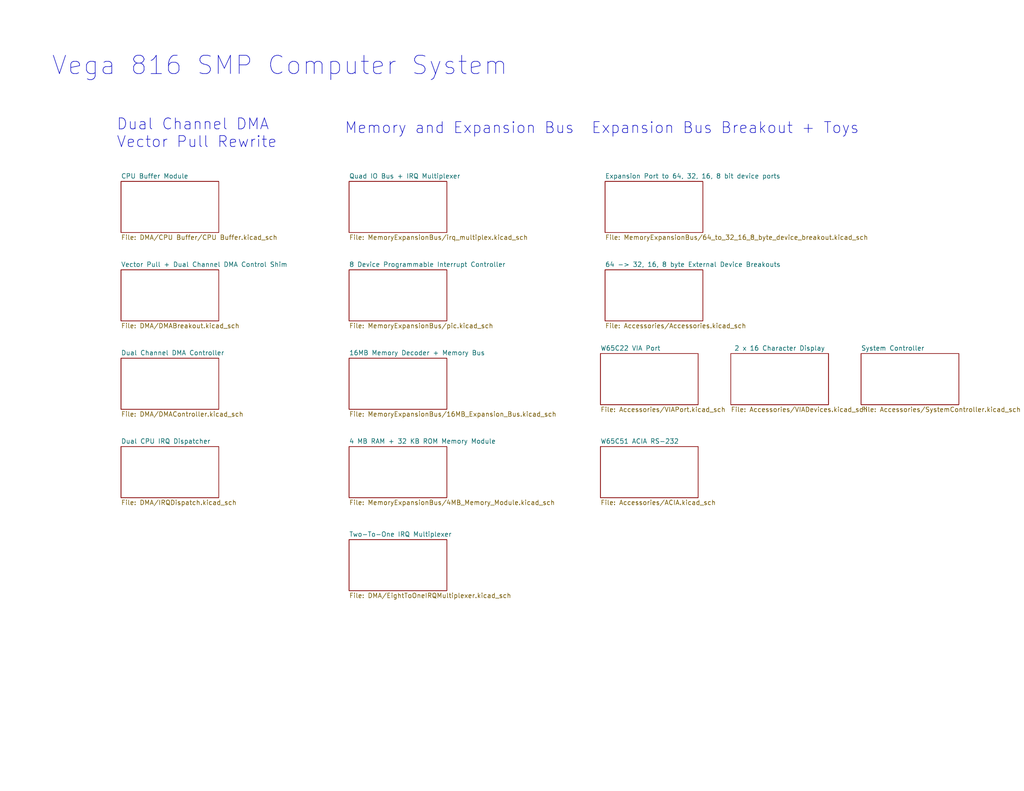
<source format=kicad_sch>
(kicad_sch (version 20211123) (generator eeschema)
  (paper "A")
  (lib_symbols)
  (text "Vega 816 SMP Computer System" (at 13.97 20.955 0) (effects (font (size 5 5)) (justify left bottom)))
  (text "Memory and Expansion Bus" (at 93.98 36.83 0) (effects (font (size 3 3)) (justify left bottom)))
  (text "Expansion Bus Breakout + Toys" (at 161.29 36.83 0) (effects (font (size 3 3)) (justify left bottom)))
  (text "Dual Channel DMA \nVector Pull Rewrite\n" (at 31.75 40.64 0) (effects (font (size 3 3)) (justify left bottom)))
  (sheet (at 163.83 96.52) (size 26.67 13.97) (stroke (width 0.1524))
    (property "Sheet name" "W65C22 VIA Port" (at 163.83 95.8084 0) (effects (justify left bottom)))
    (property "Sheet file" "Accessories/VIAPort.kicad_sch" (at 163.83 111.0746 0) (effects (justify left top)))
  )
  (sheet (at 33.02 49.53) (size 26.67 13.97) (stroke (width 0.1524))
    (property "Sheet name" "CPU Buffer Module" (at 33.02 48.8184 0) (effects (justify left bottom)))
    (property "Sheet file" "DMA/CPU Buffer/CPU Buffer.kicad_sch" (at 33.02 64.0846 0) (effects (justify left top)))
  )
  (sheet (at 95.25 97.79) (size 26.67 13.97) (stroke (width 0.1524))
    (property "Sheet name" "16MB Memory Decoder + Memory Bus" (at 95.25 97.0784 0) (effects (justify left bottom)))
    (property "Sheet file" "MemoryExpansionBus/16MB_Expansion_Bus.kicad_sch" (at 95.25 112.3446 0) (effects (justify left top)))
  )
  (sheet (at 165.1 73.66) (size 26.67 13.97) (stroke (width 0.1524))
    (property "Sheet name" "64 -> 32, 16, 8 byte External Device Breakouts" (at 165.1 72.9484 0) (effects (justify left bottom)))
    (property "Sheet file" "Accessories/Accessories.kicad_sch" (at 165.1 88.2146 0) (effects (justify left top)))
  )
  (sheet (at 95.25 49.53) (size 26.67 13.97) (stroke (width 0.1524))
    (property "Sheet name" "Quad IO Bus + IRQ Multiplexer" (at 95.25 48.8184 0) (effects (justify left bottom)))
    (property "Sheet file" "MemoryExpansionBus/irq_multiplex.kicad_sch" (at 95.25 64.0846 0) (effects (justify left top)))
  )
  (sheet (at 199.39 96.52) (size 26.67 13.97) (stroke (width 0.1524))
    (property "Sheet name" " 2 x 16 Character Display" (at 199.39 95.8084 0) (effects (justify left bottom)))
    (property "Sheet file" "Accessories/VIADevices.kicad_sch" (at 199.39 111.0746 0) (effects (justify left top)))
  )
  (sheet (at 234.95 96.52) (size 26.67 13.97) (stroke (width 0.1524))
    (property "Sheet name" "System Controller" (at 234.95 95.8084 0) (effects (justify left bottom)))
    (property "Sheet file" "Accessories/SystemController.kicad_sch" (at 234.95 111.0746 0) (effects (justify left top)))
  )
  (sheet (at 33.02 97.79) (size 26.67 13.97) (stroke (width 0.1524))
    (property "Sheet name" "Dual Channel DMA Controller" (at 33.02 97.0784 0) (effects (justify left bottom)))
    (property "Sheet file" "DMA/DMAController.kicad_sch" (at 33.02 112.3446 0) (effects (justify left top)))
  )
  (sheet (at 95.25 121.92) (size 26.67 13.97) (stroke (width 0.1524))
    (property "Sheet name" "4 MB RAM + 32 KB ROM Memory Module" (at 95.25 121.2084 0) (effects (justify left bottom)))
    (property "Sheet file" "MemoryExpansionBus/4MB_Memory_Module.kicad_sch" (at 95.25 136.4746 0) (effects (justify left top)))
  )
  (sheet (at 165.1 49.53) (size 26.67 13.97) (stroke (width 0.1524))
    (property "Sheet name" "Expansion Port to 64, 32, 16, 8 bit device ports" (at 165.1 48.8184 0) (effects (justify left bottom)))
    (property "Sheet file" "MemoryExpansionBus/64_to_32_16_8_byte_device_breakout.kicad_sch" (at 165.1 64.0846 0) (effects (justify left top)))
  )
  (sheet (at 163.83 121.92) (size 26.67 13.97) (stroke (width 0.1524))
    (property "Sheet name" "W65C51 ACIA RS-232" (at 163.83 121.2084 0) (effects (justify left bottom)))
    (property "Sheet file" "Accessories/ACIA.kicad_sch" (at 163.83 136.4746 0) (effects (justify left top)))
  )
  (sheet (at 33.02 121.92) (size 26.67 13.97) (stroke (width 0.1524))
    (property "Sheet name" "Dual CPU IRQ Dispatcher" (at 33.02 121.2084 0) (effects (justify left bottom)))
    (property "Sheet file" "DMA/IRQDispatch.kicad_sch" (at 33.02 136.4746 0) (effects (justify left top)))
  )
  (sheet (at 95.25 147.32) (size 26.67 13.97) (stroke (width 0.1524))
    (property "Sheet name" "Two-To-One IRQ Multiplexer" (at 95.25 146.6084 0) (effects (justify left bottom)))
    (property "Sheet file" "DMA/EightToOneIRQMultiplexer.kicad_sch" (at 95.25 161.8746 0) (effects (justify left top)))
  )
  (sheet (at 33.02 73.66) (size 26.67 13.97) (stroke (width 0.1524))
    (property "Sheet name" "Vector Pull + Dual Channel DMA Control Shim" (at 33.02 72.9484 0) (effects (justify left bottom)))
    (property "Sheet file" "DMA/DMABreakout.kicad_sch" (at 33.02 88.2146 0) (effects (justify left top)))
  )
  (sheet (at 95.25 73.66) (size 26.67 13.97) (stroke (width 0.1524))
    (property "Sheet name" "8 Device Programmable Interrupt Controller" (at 95.25 72.9484 0) (effects (justify left bottom)))
    (property "Sheet file" "MemoryExpansionBus/pic.kicad_sch" (at 95.25 88.2146 0) (effects (justify left top)))
  )
)
</source>
